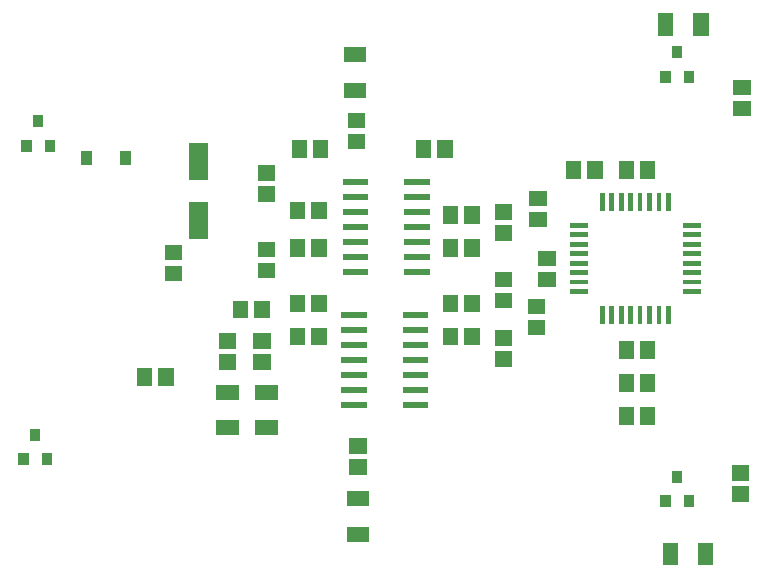
<source format=gbr>
G04 start of page 10 for group -4015 idx -4015 *
G04 Title: (unknown), toppaste *
G04 Creator: pcb 20110918 *
G04 CreationDate: Thu 28 Mar 2013 10:57:24 PM GMT UTC *
G04 For: railfan *
G04 Format: Gerber/RS-274X *
G04 PCB-Dimensions: 350000 190000 *
G04 PCB-Coordinate-Origin: lower left *
%MOIN*%
%FSLAX25Y25*%
%LNTOPPASTE*%
%ADD98R,0.0630X0.0630*%
%ADD97R,0.0157X0.0157*%
%ADD96R,0.0360X0.0360*%
%ADD95R,0.0340X0.0340*%
%ADD94R,0.0512X0.0512*%
%ADD93R,0.0200X0.0200*%
G54D93*X132500Y86500D02*X139000D01*
X132500Y81500D02*X139000D01*
X132500Y76500D02*X139000D01*
X132500Y71500D02*X139000D01*
X132500Y66500D02*X139000D01*
X132500Y61500D02*X139000D01*
X132500Y56500D02*X139000D01*
X153000D02*X159500D01*
X153000Y61500D02*X159500D01*
X153000Y66500D02*X159500D01*
X153000Y71500D02*X159500D01*
X153000Y76500D02*X159500D01*
X153000Y81500D02*X159500D01*
X153000Y86500D02*X159500D01*
G54D94*X105319Y60905D02*X107681D01*
X105319Y49095D02*X107681D01*
G54D95*X239500Y24800D02*Y24200D01*
X247300Y24800D02*Y24200D01*
X243400Y33000D02*Y32400D01*
G54D94*X264607Y162543D02*X265393D01*
X264607Y155457D02*X265393D01*
X196107Y89543D02*X196893D01*
X196107Y82457D02*X196893D01*
X65957Y66393D02*Y65607D01*
X73043Y66393D02*Y65607D01*
X105043Y88893D02*Y88107D01*
X97957Y88893D02*Y88107D01*
X135819Y13595D02*X138181D01*
X135819Y25405D02*X138181D01*
X199607Y105543D02*X200393D01*
X199607Y98457D02*X200393D01*
X124043Y79893D02*Y79107D01*
X116957Y79893D02*Y79107D01*
X233543Y75393D02*Y74607D01*
X226457Y75393D02*Y74607D01*
X75107Y100457D02*X75893D01*
X75107Y107543D02*X75893D01*
X93107Y70957D02*X93893D01*
X93107Y78043D02*X93893D01*
X185107Y91457D02*X185893D01*
X185107Y98543D02*X185893D01*
X92319Y49095D02*X94681D01*
X92319Y60905D02*X94681D01*
X106107Y134043D02*X106893D01*
X106107Y126957D02*X106893D01*
X124543Y142393D02*Y141607D01*
X117457Y142393D02*Y141607D01*
X167957Y109393D02*Y108607D01*
X175043Y109393D02*Y108607D01*
X208957Y135393D02*Y134607D01*
X216043Y135393D02*Y134607D01*
G54D95*X239500Y166300D02*Y165700D01*
X247300Y166300D02*Y165700D01*
X243400Y174500D02*Y173900D01*
G54D94*X167957Y90893D02*Y90107D01*
X175043Y90893D02*Y90107D01*
X185107Y113957D02*X185893D01*
X185107Y121043D02*X185893D01*
X233543Y135393D02*Y134607D01*
X226457Y135393D02*Y134607D01*
X124043Y90893D02*Y90107D01*
X116957Y90893D02*Y90107D01*
X185107Y71957D02*X185893D01*
X185107Y79043D02*X185893D01*
X104607Y70957D02*X105393D01*
X104607Y78043D02*X105393D01*
X106107Y101457D02*X106893D01*
X106107Y108543D02*X106893D01*
G54D95*X25500Y38800D02*Y38200D01*
X33300Y38800D02*Y38200D01*
X29400Y47000D02*Y46400D01*
G54D94*X136607Y35957D02*X137393D01*
X136607Y43043D02*X137393D01*
X134819Y173405D02*X137181D01*
X134819Y161595D02*X137181D01*
G54D93*X133000Y131000D02*X139500D01*
X133000Y126000D02*X139500D01*
X133000Y121000D02*X139500D01*
X133000Y116000D02*X139500D01*
X133000Y111000D02*X139500D01*
X133000Y106000D02*X139500D01*
X133000Y101000D02*X139500D01*
X153500D02*X160000D01*
X153500Y106000D02*X160000D01*
X153500Y111000D02*X160000D01*
X153500Y116000D02*X160000D01*
X153500Y121000D02*X160000D01*
X153500Y126000D02*X160000D01*
X153500Y131000D02*X160000D01*
G54D94*X166043Y142393D02*Y141607D01*
X158957Y142393D02*Y141607D01*
X241095Y8181D02*Y5819D01*
X252905Y8181D02*Y5819D01*
G54D96*X59400Y139600D02*Y138400D01*
X46500Y139600D02*Y138400D01*
G54D95*X26500Y143300D02*Y142700D01*
X34300Y143300D02*Y142700D01*
X30400Y151500D02*Y150900D01*
G54D94*X264107Y26957D02*X264893D01*
X264107Y34043D02*X264893D01*
X239595Y184681D02*Y182319D01*
X251405Y184681D02*Y182319D01*
X167957Y120393D02*Y119607D01*
X175043Y120393D02*Y119607D01*
X136107Y151543D02*X136893D01*
X136107Y144457D02*X136893D01*
X124043Y109393D02*Y108607D01*
X116957Y109393D02*Y108607D01*
X167957Y79893D02*Y79107D01*
X175043Y79893D02*Y79107D01*
X196607Y118457D02*X197393D01*
X196607Y125543D02*X197393D01*
G54D97*X218477Y88934D02*Y84508D01*
X221626Y88934D02*Y84508D01*
X224776Y88934D02*Y84508D01*
X227925Y88934D02*Y84508D01*
X231075Y88934D02*Y84508D01*
X234225Y88934D02*Y84508D01*
X237374Y88934D02*Y84508D01*
X240524Y88934D02*Y84508D01*
X246066Y94477D02*X250492D01*
X246066Y97626D02*X250492D01*
X246066Y100776D02*X250492D01*
X246066Y103925D02*X250492D01*
X246066Y107075D02*X250492D01*
X246066Y110225D02*X250492D01*
X246066Y113374D02*X250492D01*
X246066Y116524D02*X250492D01*
X240523Y126492D02*Y122066D01*
X237374Y126492D02*Y122066D01*
X234224Y126492D02*Y122066D01*
X231075Y126492D02*Y122066D01*
X227925Y126492D02*Y122066D01*
X224775Y126492D02*Y122066D01*
X221626Y126492D02*Y122066D01*
X218476Y126492D02*Y122066D01*
X208508Y116523D02*X212934D01*
X208508Y113374D02*X212934D01*
X208508Y110224D02*X212934D01*
X208508Y107075D02*X212934D01*
X208508Y103925D02*X212934D01*
X208508Y100775D02*X212934D01*
X208508Y97626D02*X212934D01*
X208508Y94476D02*X212934D01*
G54D94*X233543Y53393D02*Y52607D01*
X226457Y53393D02*Y52607D01*
X233543Y64393D02*Y63607D01*
X226457Y64393D02*Y63607D01*
X124043Y121893D02*Y121107D01*
X116957Y121893D02*Y121107D01*
G54D98*X84000Y140992D02*Y134693D01*
Y121307D02*Y115008D01*
M02*

</source>
